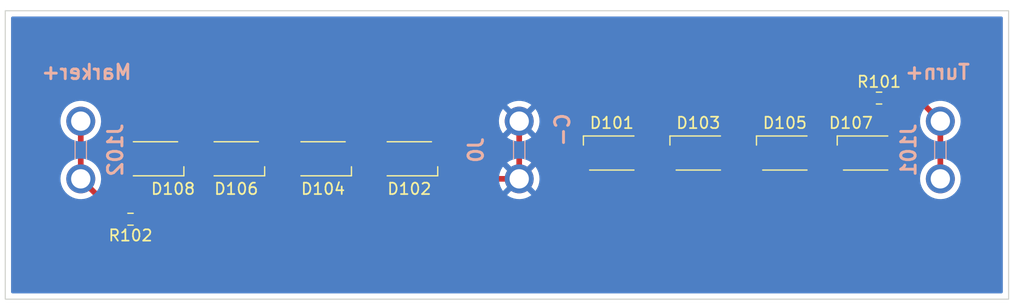
<source format=kicad_pcb>
(kicad_pcb (version 20211014) (generator pcbnew)
  (layers (0 "F.Cu" signal) (31 "B.Cu" signal) (34 "B.Paste" user) (35 "F.Paste" user) (36 "B.SilkS" user "B.Silkscreen") (37 "F.SilkS" user "F.Silkscreen") (38 "B.Mask" user) (39 "F.Mask" user) (44 "Edge.Cuts" user))
  (net 0 "")
  (net 1 "GNDPWR")
  (net 2 "Net-(D101-Pad2)")
  (net 3 "Net-(D102-Pad2)")
  (net 4 "Net-(D103-Pad2)")
  (net 5 "Net-(D104-Pad2)")
  (net 6 "Net-(D105-Pad2)")
  (net 7 "Net-(D106-Pad2)")
  (net 8 "Net-(D107-Pad2)")
  (net 9 "Net-(D108-Pad2)")
  (net 10 "Net-(J101-Pad1)")
  (net 11 "Net-(J102-Pad1)")
  (footprint "LED_SMD:LED_Avago_PLCC4_3.2x2.8mm_CW" (layer "F.Cu") (at 107.164 69.862 180)
    (fp_text reference "D106" (at 0 -2.65) (layer "F.SilkS"))
    (fp_text value "LED")
    (fp_line (start -1.95 1.5) (end 1.95 1.5) (layer "F.SilkS") (width 0.12))
    (fp_line (start -2.5 -0.7) (end -2.5 -1.5) (layer "F.SilkS") (width 0.12))
    (fp_line (start -2.500044 -1.5) (end 1.95 -1.5) (layer "F.SilkS") (width 0.12))
    (pad "1" smd rect (at -1.5 -0.75 180) (size 1.5 1.1) (layers "F.Cu" "F.Paste" "F.Mask") (net 5 "Net-(D104-Pad2)"))
    (pad "2" smd rect (at 1.5 -0.75 180) (size 1.5 1.1) (layers "F.Cu" "F.Paste" "F.Mask") (net 7 "Net-(D106-Pad2)"))
    (pad "3" smd rect (at 1.5 0.75 180) (size 1.5 1.1) (layers "F.Cu" "F.Paste" "F.Mask") (net 5 "Net-(D104-Pad2)"))
    (pad "4" smd rect (at -1.5 0.75 180) (size 1.5 1.1) (layers "F.Cu" "F.Paste" "F.Mask") (net 5 "Net-(D104-Pad2)"))
  )
  (footprint "LED_SMD:LED_Avago_PLCC4_3.2x2.8mm_CW" (layer "F.Cu") (at 162.584 69.354)
    (fp_text reference "D107" (at -1.294 -2.65) (layer "F.SilkS"))
    (fp_text value "LED")
    (fp_line (start -2.5 -0.7) (end -2.5 -1.5) (layer "F.SilkS") (width 0.12))
    (fp_line (start -1.95 1.5) (end 1.95 1.5) (layer "F.SilkS") (width 0.12))
    (fp_line (start -2.500044 -1.5) (end 1.95 -1.5) (layer "F.SilkS") (width 0.12))
    (pad "1" smd rect (at -1.5 -0.75) (size 1.5 1.1) (layers "F.Cu" "F.Paste" "F.Mask") (net 6 "Net-(D105-Pad2)"))
    (pad "2" smd rect (at 1.5 -0.75) (size 1.5 1.1) (layers "F.Cu" "F.Paste" "F.Mask") (net 8 "Net-(D107-Pad2)"))
    (pad "3" smd rect (at 1.5 0.75) (size 1.5 1.1) (layers "F.Cu" "F.Paste" "F.Mask") (net 6 "Net-(D105-Pad2)"))
    (pad "4" smd rect (at -1.5 0.75) (size 1.5 1.1) (layers "F.Cu" "F.Paste" "F.Mask") (net 6 "Net-(D105-Pad2)"))
  )
  (footprint "LED_SMD:LED_Avago_PLCC4_3.2x2.8mm_CW" (layer "F.Cu") (at 155.472 69.354)
    (fp_text reference "D105" (at 0 -2.65) (layer "F.SilkS"))
    (fp_text value "LED")
    (fp_line (start -2.500044 -1.5) (end 1.95 -1.5) (layer "F.SilkS") (width 0.12))
    (fp_line (start -2.5 -0.7) (end -2.5 -1.5) (layer "F.SilkS") (width 0.12))
    (fp_line (start -1.95 1.5) (end 1.95 1.5) (layer "F.SilkS") (width 0.12))
    (pad "1" smd rect (at -1.5 -0.75) (size 1.5 1.1) (layers "F.Cu" "F.Paste" "F.Mask") (net 4 "Net-(D103-Pad2)"))
    (pad "2" smd rect (at 1.5 -0.75) (size 1.5 1.1) (layers "F.Cu" "F.Paste" "F.Mask") (net 6 "Net-(D105-Pad2)"))
    (pad "3" smd rect (at 1.5 0.75) (size 1.5 1.1) (layers "F.Cu" "F.Paste" "F.Mask") (net 4 "Net-(D103-Pad2)"))
    (pad "4" smd rect (at -1.5 0.75) (size 1.5 1.1) (layers "F.Cu" "F.Paste" "F.Mask") (net 4 "Net-(D103-Pad2)"))
  )
  (footprint "LED_SMD:LED_Avago_PLCC4_3.2x2.8mm_CW" (layer "F.Cu") (at 114.808 69.862 180)
    (fp_text reference "D104" (at 0 -2.65) (layer "F.SilkS"))
    (fp_text value "LED")
    (fp_line (start -1.95 1.5) (end 1.95 1.5) (layer "F.SilkS") (width 0.12))
    (fp_line (start -2.500044 -1.5) (end 1.95 -1.5) (layer "F.SilkS") (width 0.12))
    (fp_line (start -2.5 -0.7) (end -2.5 -1.5) (layer "F.SilkS") (width 0.12))
    (pad "1" smd rect (at -1.5 -0.75 180) (size 1.5 1.1) (layers "F.Cu" "F.Paste" "F.Mask") (net 3 "Net-(D102-Pad2)"))
    (pad "2" smd rect (at 1.5 -0.75 180) (size 1.5 1.1) (layers "F.Cu" "F.Paste" "F.Mask") (net 5 "Net-(D104-Pad2)"))
    (pad "3" smd rect (at 1.5 0.75 180) (size 1.5 1.1) (layers "F.Cu" "F.Paste" "F.Mask") (net 3 "Net-(D102-Pad2)"))
    (pad "4" smd rect (at -1.5 0.75 180) (size 1.5 1.1) (layers "F.Cu" "F.Paste" "F.Mask") (net 3 "Net-(D102-Pad2)"))
  )
  (footprint "LED_SMD:LED_Avago_PLCC4_3.2x2.8mm_CW" (layer "F.Cu") (at 140.232 69.354)
    (fp_text reference "D101" (at 0 -2.65) (layer "F.SilkS"))
    (fp_text value "LED")
    (fp_line (start -1.95 1.5) (end 1.95 1.5) (layer "F.SilkS") (width 0.12))
    (fp_line (start -2.5 -0.7) (end -2.5 -1.5) (layer "F.SilkS") (width 0.12))
    (fp_line (start -2.500044 -1.5) (end 1.95 -1.5) (layer "F.SilkS") (width 0.12))
    (pad "1" smd rect (at -1.5 -0.75) (size 1.5 1.1) (layers "F.Cu" "F.Paste" "F.Mask") (net 1 "GNDPWR"))
    (pad "2" smd rect (at 1.5 -0.75) (size 1.5 1.1) (layers "F.Cu" "F.Paste" "F.Mask") (net 2 "Net-(D101-Pad2)"))
    (pad "3" smd rect (at 1.5 0.75) (size 1.5 1.1) (layers "F.Cu" "F.Paste" "F.Mask") (net 1 "GNDPWR"))
    (pad "4" smd rect (at -1.5 0.75) (size 1.5 1.1) (layers "F.Cu" "F.Paste" "F.Mask") (net 1 "GNDPWR"))
  )
  (footprint "LED_SMD:LED_Avago_PLCC4_3.2x2.8mm_CW" (layer "F.Cu") (at 147.852 69.354)
    (fp_text reference "D103" (at 0 -2.65) (layer "F.SilkS"))
    (fp_text value "LED")
    (fp_line (start -1.95 1.5) (end 1.95 1.5) (layer "F.SilkS") (width 0.12))
    (fp_line (start -2.500044 -1.5) (end 1.95 -1.5) (layer "F.SilkS") (width 0.12))
    (fp_line (start -2.5 -0.7) (end -2.5 -1.5) (layer "F.SilkS") (width 0.12))
    (pad "1" smd rect (at -1.5 -0.75) (size 1.5 1.1) (layers "F.Cu" "F.Paste" "F.Mask") (net 2 "Net-(D101-Pad2)"))
    (pad "2" smd rect (at 1.5 -0.75) (size 1.5 1.1) (layers "F.Cu" "F.Paste" "F.Mask") (net 4 "Net-(D103-Pad2)"))
    (pad "3" smd rect (at 1.5 0.75) (size 1.5 1.1) (layers "F.Cu" "F.Paste" "F.Mask") (net 2 "Net-(D101-Pad2)"))
    (pad "4" smd rect (at -1.5 0.75) (size 1.5 1.1) (layers "F.Cu" "F.Paste" "F.Mask") (net 2 "Net-(D101-Pad2)"))
  )
  (footprint "Resistor_SMD:R_0603_1608Metric" (layer "F.Cu") (at 97.853 75.184 180)
    (fp_text reference "R102" (at 0 -1.43) (layer "F.SilkS"))
    (fp_text value "47")
    (fp_line (start -0.237258 0.5225) (end 0.237258 0.5225) (layer "F.SilkS") (width 0.12))
    (fp_line (start -0.237258 -0.5225) (end 0.237258 -0.5225) (layer "F.SilkS") (width 0.12))
    (pad "1" smd roundrect (at -0.825 0 180) (size 0.8 0.95) (layers "F.Cu" "F.Paste" "F.Mask") (net 9 "Net-(D108-Pad2)"))
    (pad "2" smd roundrect (at 0.825 0 180) (size 0.8 0.95) (layers "F.Cu" "F.Paste" "F.Mask") (net 11 "Net-(J102-Pad1)"))
  )
  (footprint "LED_SMD:LED_Avago_PLCC4_3.2x2.8mm_CW" (layer "F.Cu") (at 122.404 69.862 180)
    (fp_text reference "D102" (at 0 -2.65) (layer "F.SilkS"))
    (fp_text value "LED")
    (fp_line (start -1.95 1.5) (end 1.95 1.5) (layer "F.SilkS") (width 0.12))
    (fp_line (start -2.500044 -1.5) (end 1.95 -1.5) (layer "F.SilkS") (width 0.12))
    (fp_line (start -2.5 -0.7) (end -2.5 -1.5) (layer "F.SilkS") (width 0.12))
    (pad "1" smd rect (at -1.5 -0.75 180) (size 1.5 1.1) (layers "F.Cu" "F.Paste" "F.Mask") (net 1 "GNDPWR"))
    (pad "2" smd rect (at 1.5 -0.75 180) (size 1.5 1.1) (layers "F.Cu" "F.Paste" "F.Mask") (net 3 "Net-(D102-Pad2)"))
    (pad "3" smd rect (at 1.5 0.75 180) (size 1.5 1.1) (layers "F.Cu" "F.Paste" "F.Mask") (net 1 "GNDPWR"))
    (pad "4" smd rect (at -1.5 0.75 180) (size 1.5 1.1) (layers "F.Cu" "F.Paste" "F.Mask") (net 1 "GNDPWR"))
  )
  (footprint "LED_SMD:LED_Avago_PLCC4_3.2x2.8mm_CW" (layer "F.Cu") (at 100.052 69.862 180)
    (fp_text reference "D108" (at -1.548 -2.65) (layer "F.SilkS"))
    (fp_text value "LED")
    (fp_line (start -2.500044 -1.5) (end 1.95 -1.5) (layer "F.SilkS") (width 0.12))
    (fp_line (start -2.5 -0.7) (end -2.5 -1.5) (layer "F.SilkS") (width 0.12))
    (fp_line (start -1.95 1.5) (end 1.95 1.5) (layer "F.SilkS") (width 0.12))
    (pad "1" smd rect (at -1.5 -0.75 180) (size 1.5 1.1) (layers "F.Cu" "F.Paste" "F.Mask") (net 7 "Net-(D106-Pad2)"))
    (pad "2" smd rect (at 1.5 -0.75 180) (size 1.5 1.1) (layers "F.Cu" "F.Paste" "F.Mask") (net 9 "Net-(D108-Pad2)"))
    (pad "3" smd rect (at 1.5 0.75 180) (size 1.5 1.1) (layers "F.Cu" "F.Paste" "F.Mask") (net 7 "Net-(D106-Pad2)"))
    (pad "4" smd rect (at -1.5 0.75 180) (size 1.5 1.1) (layers "F.Cu" "F.Paste" "F.Mask") (net 7 "Net-(D106-Pad2)"))
  )
  (footprint "Resistor_SMD:R_0603_1608Metric" (layer "F.Cu") (at 163.767 64.516)
    (fp_text reference "R101" (at 0 -1.43) (layer "F.SilkS"))
    (fp_text value "47")
    (fp_line (start -0.237258 -0.5225) (end 0.237258 -0.5225) (layer "F.SilkS") (width 0.12))
    (fp_line (start -0.237258 0.5225) (end 0.237258 0.5225) (layer "F.SilkS") (width 0.12))
    (pad "1" smd roundrect (at -0.825 0) (size 0.8 0.95) (layers "F.Cu" "F.Paste" "F.Mask") (net 8 "Net-(D107-Pad2)"))
    (pad "2" smd roundrect (at 0.825 0) (size 0.8 0.95) (layers "F.Cu" "F.Paste" "F.Mask") (net 10 "Net-(J101-Pad1)"))
  )
  (footprint "SpadeLugs:197054303" (layer "B.Cu") (at 169.164 66.548 -90)
    (fp_text reference "J101" (at 2.54 2.794 90) (layer "B.SilkS") (effects (font (size 1.27 1.27) (thickness 0.254)) (justify mirror)))
    (fp_text value "Turn+" (at -4.318 0.254 180) (layer "B.SilkS") (effects (font (size 1.27 1.27) (thickness 0.254)) (justify mirror)))
    (fp_line (start 1.74 0.5) (end 3.34 0.5) (layer "B.SilkS") (width 0.1))
    (fp_line (start 1.74 -0.5) (end 3.34 -0.5) (layer "B.SilkS") (width 0.1))
    (pad "1" thru_hole circle locked (at 0 0 270) (size 2.55 2.55) (drill 1.7) (layers *.Cu *.Mask) (net 10 "Net-(J101-Pad1)"))
    (pad "2" thru_hole circle locked (at 5.08 0 270) (size 2.55 2.55) (drill 1.7) (layers *.Cu *.Mask) (net 10 "Net-(J101-Pad1)"))
  )
  (footprint "SpadeLugs:197054303" (layer "B.Cu") (at 93.472 66.548 -90)
    (fp_text reference "J102" (at 2.54 -3.048 90) (layer "B.SilkS") (effects (font (size 1.27 1.27) (thickness 0.254)) (justify mirror)))
    (fp_text value "Marker+" (at -4.318 -0.508 180) (layer "B.SilkS") (effects (font (size 1.27 1.27) (thickness 0.254)) (justify mirror)))
    (fp_line (start 1.74 0.5) (end 3.34 0.5) (layer "B.SilkS") (width 0.1))
    (fp_line (start 1.74 -0.5) (end 3.34 -0.5) (layer "B.SilkS") (width 0.1))
    (pad "1" thru_hole circle locked (at 0 0 270) (size 2.55 2.55) (drill 1.7) (layers *.Cu *.Mask) (net 11 "Net-(J102-Pad1)"))
    (pad "2" thru_hole circle locked (at 5.08 0 270) (size 2.55 2.55) (drill 1.7) (layers *.Cu *.Mask) (net 11 "Net-(J102-Pad1)"))
  )
  (footprint "SpadeLugs:197054303" (layer "B.Cu") (at 132.08 66.548 -90)
    (fp_text reference "J0" (at 2.54 3.81 90) (layer "B.SilkS") (effects (font (size 1.27 1.27) (thickness 0.254)) (justify mirror)))
    (fp_text value "C-" (at 0.762 -3.81 90) (layer "B.SilkS") (effects (font (size 1.27 1.27) (thickness 0.254)) (justify mirror)))
    (fp_line (start 1.74 0.5) (end 3.34 0.5) (layer "B.SilkS") (width 0.1))
    (fp_line (start 1.74 -0.5) (end 3.34 -0.5) (layer "B.SilkS") (width 0.1))
    (pad "1" thru_hole circle locked (at 0 0 270) (size 2.55 2.55) (drill 1.7) (layers *.Cu *.Mask) (net 1 "GNDPWR"))
    (pad "2" thru_hole circle locked (at 5.08 0 270) (size 2.55 2.55) (drill 1.7) (layers *.Cu *.Mask) (net 1 "GNDPWR"))
  )
  (gr_rect (start 86.825 56.825) (end 175.175 82.225) (layer "Edge.Cuts") (width 0.1) (fill none))
  (segment (start 132.08 71.628) (end 133.604 70.104) (width 0.5) (layer "F.Cu") (net 1))
  (segment (start 120.904 69.112) (end 123.904 69.112) (width 0.5) (layer "F.Cu") (net 1))
  (segment (start 132.08 71.628) (end 124.92 71.628) (width 0.5) (layer "F.Cu") (net 1))
  (segment (start 132.08 66.548) (end 132.08 71.628) (width 0.5) (layer "F.Cu") (net 1))
  (segment (start 133.604 70.104) (end 138.732 70.104) (width 0.5) (layer "F.Cu") (net 1))
  (segment (start 141.732 70.104) (end 138.732 70.104) (width 0.5) (layer "F.Cu") (net 1))
  (segment (start 124.92 71.628) (end 123.904 70.612) (width 0.5) (layer "F.Cu") (net 1))
  (segment (start 138.732 70.104) (end 138.732 68.604) (width 0.5) (layer "F.Cu") (net 1))
  (segment (start 123.904 70.612) (end 123.904 69.112) (width 0.5) (layer "F.Cu") (net 1))
  (segment (start 146.352 68.604) (end 146.352 70.104) (width 0.5) (layer "F.Cu") (net 2))
  (segment (start 141.732 68.604) (end 146.352 68.604) (width 0.5) (layer "F.Cu") (net 2))
  (segment (start 146.352 70.104) (end 149.352 70.104) (width 0.5) (layer "F.Cu") (net 2))
  (segment (start 116.308 69.112) (end 113.308 69.112) (width 0.5) (layer "F.Cu") (net 3))
  (segment (start 120.904 70.612) (end 116.308 70.612) (width 0.5) (layer "F.Cu") (net 3))
  (segment (start 116.308 70.612) (end 116.308 69.112) (width 0.5) (layer "F.Cu") (net 3))
  (segment (start 153.972 68.604) (end 153.972 70.104) (width 0.5) (layer "F.Cu") (net 4))
  (segment (start 149.352 68.604) (end 153.972 68.604) (width 0.5) (layer "F.Cu") (net 4))
  (segment (start 153.972 70.104) (end 156.972 70.104) (width 0.5) (layer "F.Cu") (net 4))
  (segment (start 113.308 70.612) (end 108.664 70.612) (width 0.5) (layer "F.Cu") (net 5))
  (segment (start 108.664 70.612) (end 108.664 69.112) (width 0.5) (layer "F.Cu") (net 5))
  (segment (start 108.664 69.112) (end 105.664 69.112) (width 0.5) (layer "F.Cu") (net 5))
  (segment (start 161.084 68.604) (end 161.084 70.104) (width 0.5) (layer "F.Cu") (net 6))
  (segment (start 156.972 68.604) (end 161.084 68.604) (width 0.5) (layer "F.Cu") (net 6))
  (segment (start 161.084 70.104) (end 164.084 70.104) (width 0.5) (layer "F.Cu") (net 6))
  (segment (start 101.552 70.612) (end 101.552 69.112) (width 0.5) (layer "F.Cu") (net 7))
  (segment (start 105.664 70.612) (end 101.552 70.612) (width 0.5) (layer "F.Cu") (net 7))
  (segment (start 101.552 69.112) (end 98.552 69.112) (width 0.5) (layer "F.Cu") (net 7))
  (segment (start 164.084 65.658) (end 162.942 64.516) (width 0.5) (layer "F.Cu") (net 8))
  (segment (start 164.084 68.604) (end 164.084 65.658) (width 0.5) (layer "F.Cu") (net 8))
  (segment (start 98.552 70.612) (end 98.552 75.058) (width 0.5) (layer "F.Cu") (net 9))
  (segment (start 98.552 75.058) (end 98.678 75.184) (width 0.5) (layer "F.Cu") (net 9))
  (segment (start 167.132 64.516) (end 169.164 66.548) (width 0.5) (layer "F.Cu") (net 10))
  (segment (start 164.592 64.516) (end 167.132 64.516) (width 0.5) (layer "F.Cu") (net 10))
  (segment (start 169.164 66.548) (end 169.164 71.628) (width 0.5) (layer "F.Cu") (net 10))
  (segment (start 93.472 71.628) (end 93.472 66.548) (width 0.5) (layer "F.Cu") (net 11))
  (segment (start 97.028 75.184) (end 93.472 71.628) (width 0.5) (layer "F.Cu") (net 11))
  (zone (net 1) (net_name "GNDPWR") (layer "B.Cu") (connect_pads (clearance 0.508)) (min_thickness 0.254) (fill yes (thermal_gap 0.508) (thermal_bridge_width 0.508))
    (polygon (pts (xy 176.53 82.55) (xy 86.36 82.55) (xy 86.36 55.88) (xy 176.53 55.88)))
  )
)
</source>
